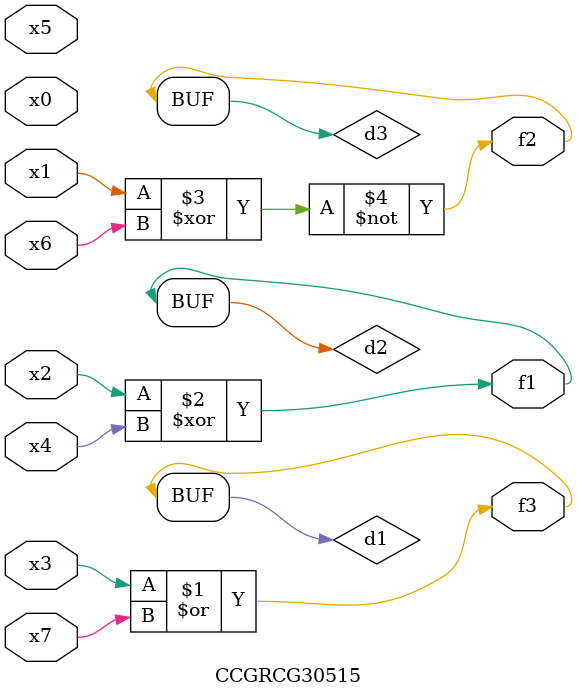
<source format=v>
module CCGRCG30515(
	input x0, x1, x2, x3, x4, x5, x6, x7,
	output f1, f2, f3
);

	wire d1, d2, d3;

	or (d1, x3, x7);
	xor (d2, x2, x4);
	xnor (d3, x1, x6);
	assign f1 = d2;
	assign f2 = d3;
	assign f3 = d1;
endmodule

</source>
